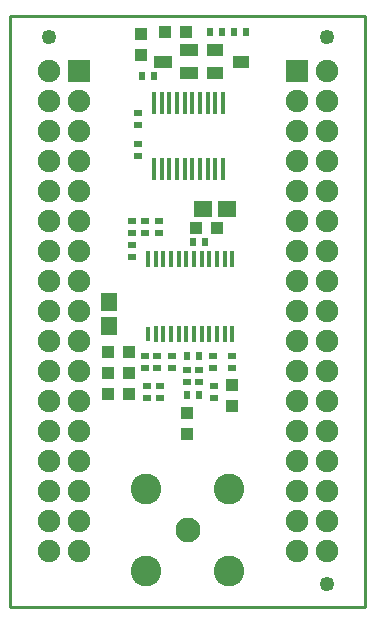
<source format=gbr>
G04 #@! TF.FileFunction,Soldermask,Top*
%FSLAX46Y46*%
G04 Gerber Fmt 4.6, Leading zero omitted, Abs format (unit mm)*
G04 Created by KiCad (PCBNEW 4.0.1-3.201512221401+6198~38~ubuntu15.10.1-stable) date Thu 31 Mar 2016 12:50:45 PM EEST*
%MOMM*%
G01*
G04 APERTURE LIST*
%ADD10C,0.100000*%
%ADD11C,0.254000*%
%ADD12R,1.117600X1.117600*%
%ADD13R,0.601600X0.651600*%
%ADD14R,0.651600X0.601600*%
%ADD15R,1.625600X1.371600*%
%ADD16R,1.400000X1.000000*%
%ADD17C,1.254000*%
%ADD18R,1.371600X1.625600*%
%ADD19R,0.451600X1.851600*%
%ADD20R,0.451600X1.351600*%
%ADD21R,0.451600X1.301600*%
%ADD22R,1.851600X1.851600*%
%ADD23C,1.901600*%
%ADD24R,1.501600X1.101600*%
%ADD25C,2.601600*%
%ADD26C,2.101600*%
G04 APERTURE END LIST*
D10*
D11*
X125000000Y-120000000D02*
X125000000Y-70000000D01*
X155000000Y-120000000D02*
X125000000Y-120000000D01*
X155000000Y-70000000D02*
X155000000Y-120000000D01*
X125000000Y-70000000D02*
X155000000Y-70000000D01*
D12*
X139890500Y-71310500D03*
X138112500Y-71310500D03*
X139954000Y-103632000D03*
X139954000Y-105410000D03*
X142494000Y-87947500D03*
X140716000Y-87947500D03*
X136017000Y-71501000D03*
X136017000Y-73279000D03*
D13*
X140970000Y-98806000D03*
X139954000Y-98806000D03*
D14*
X136398000Y-88392000D03*
X136398000Y-87376000D03*
X137414000Y-99822000D03*
X137414000Y-98806000D03*
X137541000Y-87376000D03*
X137541000Y-88392000D03*
D13*
X137160000Y-75057000D03*
X136144000Y-75057000D03*
X141922500Y-71310500D03*
X142938500Y-71310500D03*
D14*
X135255000Y-90424000D03*
X135255000Y-89408000D03*
X135255000Y-87376000D03*
X135255000Y-88392000D03*
X137668000Y-102362000D03*
X137668000Y-101346000D03*
X135763000Y-81851500D03*
X135763000Y-80835500D03*
D13*
X143954500Y-71310500D03*
X144970500Y-71310500D03*
D14*
X139954000Y-99949000D03*
X139954000Y-100965000D03*
X136525000Y-101346000D03*
X136525000Y-102362000D03*
X142240000Y-102362000D03*
X142240000Y-101346000D03*
X140970000Y-100965000D03*
X140970000Y-99949000D03*
D13*
X139954000Y-102108000D03*
X140970000Y-102108000D03*
X141478000Y-89154000D03*
X140462000Y-89154000D03*
D12*
X133223000Y-100203000D03*
X133223000Y-98425000D03*
X135001000Y-100203000D03*
X135001000Y-98425000D03*
D14*
X136398000Y-99822000D03*
X136398000Y-98806000D03*
X138684000Y-99822000D03*
X138684000Y-98806000D03*
X143764000Y-99822000D03*
X143764000Y-98806000D03*
X142113000Y-99822000D03*
X142113000Y-98806000D03*
D12*
X133223000Y-101981000D03*
X135001000Y-101981000D03*
X143764000Y-102997000D03*
X143764000Y-101219000D03*
D15*
X143319500Y-86296500D03*
X141287500Y-86296500D03*
D16*
X142346500Y-72900500D03*
X142346500Y-74800500D03*
X144546500Y-73850500D03*
D14*
X135763000Y-79248000D03*
X135763000Y-78232000D03*
D17*
X128270000Y-71755000D03*
X151765000Y-118110000D03*
X151765000Y-71755000D03*
D18*
X133350000Y-94234000D03*
X133350000Y-96266000D03*
D19*
X142991000Y-77337000D03*
X142341000Y-77337000D03*
X141691000Y-77337000D03*
X141041000Y-77337000D03*
X140391000Y-77337000D03*
X139741000Y-77337000D03*
X139091000Y-77337000D03*
X138441000Y-77337000D03*
X137791000Y-77337000D03*
X137141000Y-77337000D03*
X137141000Y-82937000D03*
X137791000Y-82937000D03*
X138441000Y-82937000D03*
X139091000Y-82937000D03*
X139741000Y-82937000D03*
X140391000Y-82937000D03*
X141041000Y-82937000D03*
X141691000Y-82937000D03*
X142341000Y-82937000D03*
X142991000Y-82937000D03*
D20*
X143783000Y-90526000D03*
X143133000Y-90526000D03*
X142483000Y-90526000D03*
X141833000Y-90526000D03*
X141183000Y-90526000D03*
X140533000Y-90526000D03*
X139883000Y-90526000D03*
X139233000Y-90526000D03*
X138583000Y-90526000D03*
X137933000Y-90526000D03*
X137283000Y-90526000D03*
X136633000Y-90526000D03*
D21*
X136633000Y-96926000D03*
D20*
X137283000Y-96926000D03*
X137933000Y-96926000D03*
X138583000Y-96926000D03*
X139233000Y-96926000D03*
X139883000Y-96926000D03*
X140533000Y-96926000D03*
X141183000Y-96926000D03*
X141833000Y-96926000D03*
X142483000Y-96926000D03*
X143133000Y-96926000D03*
X143783000Y-96926000D03*
D22*
X130810000Y-74676000D03*
D23*
X128270000Y-74676000D03*
X130810000Y-77216000D03*
X128270000Y-77216000D03*
X130810000Y-79756000D03*
X128270000Y-79756000D03*
X130810000Y-82296000D03*
X128270000Y-82296000D03*
X130810000Y-84836000D03*
X128270000Y-84836000D03*
X128270000Y-87376000D03*
X130810000Y-87376000D03*
X128270000Y-89916000D03*
X130810000Y-89916000D03*
X128270000Y-92456000D03*
X130810000Y-92456000D03*
X128270000Y-94996000D03*
X130810000Y-94996000D03*
X128270000Y-97536000D03*
X130810000Y-97536000D03*
X128270000Y-105156000D03*
X130810000Y-105156000D03*
X128270000Y-115316000D03*
X130810000Y-112776000D03*
X128270000Y-112776000D03*
X130810000Y-115316000D03*
X130810000Y-110236000D03*
X128270000Y-107696000D03*
X128270000Y-110236000D03*
X130810000Y-107696000D03*
X128270000Y-100076000D03*
X128270000Y-102616000D03*
X130810000Y-102616000D03*
X130810000Y-100076000D03*
D22*
X149225000Y-74676000D03*
D23*
X151765000Y-74676000D03*
X149225000Y-77216000D03*
X151765000Y-77216000D03*
X149225000Y-79756000D03*
X151765000Y-79756000D03*
X149225000Y-82296000D03*
X151765000Y-82296000D03*
X149225000Y-84836000D03*
X151765000Y-84836000D03*
X151765000Y-87376000D03*
X149225000Y-87376000D03*
X151765000Y-89916000D03*
X149225000Y-89916000D03*
X151765000Y-92456000D03*
X149225000Y-92456000D03*
X151765000Y-94996000D03*
X149225000Y-94996000D03*
X151765000Y-97536000D03*
X149225000Y-97536000D03*
X151765000Y-105156000D03*
X149225000Y-105156000D03*
X151765000Y-115316000D03*
X149225000Y-112776000D03*
X151765000Y-112776000D03*
X149225000Y-115316000D03*
X149225000Y-110236000D03*
X151765000Y-107696000D03*
X151765000Y-110236000D03*
X149225000Y-107696000D03*
X151765000Y-100076000D03*
X151765000Y-102616000D03*
X149225000Y-102616000D03*
X149225000Y-100076000D03*
D24*
X137899140Y-73853040D03*
X140108940Y-72898000D03*
X140108940Y-74800460D03*
D25*
X136500000Y-117000000D03*
X136500000Y-110000000D03*
X143500000Y-110000000D03*
D26*
X140000000Y-113500000D03*
D25*
X143500000Y-117000000D03*
M02*

</source>
